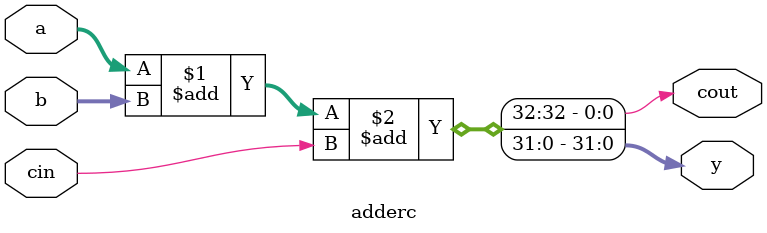
<source format=v>
/********************************************************************
// ÎÄ¼þ£º	components.v
// Ãû³Æ£º	
//
// ¹¦ÄÜ£º	Á÷Ë®ÏßÖÐµÄÆäËû²¿¼þ
//
// ÊäÈë£º	
//			
// Êä³ö£º	
//
// Ê±¼ä£º	2013-9-2 
//
********************************************************************/

 
 `timescale	1ns/1ps
 
module adder(input  [31:0] a, b,
             output [31:0] y);

	assign  y = a + b;
endmodule

module mux2 #(parameter WIDTH = 32)
             (input  [WIDTH-1:0] a, b, 
              input              s, 
              output [WIDTH-1:0] y);

    assign  y = s ? b : a; 
endmodule

module mux3 #(parameter WIDTH = 32)
             (input  [WIDTH-1:0] a, b, c,
              input  [1:0]       s, 
              output [WIDTH-1:0] y);

	assign  y = s[1] ? c : (s[0] ? b : a); 
endmodule

module mux4 #(parameter WIDTH = 32)
             (input  [WIDTH-1:0] a, b, c, d,
              input  [1:0]       s, 
              output [WIDTH-1:0] y);

	assign  y = s[1] ? (s[0] ? d : c) : (s[0] ? b : a); 
endmodule

module or2(input[31:0]	a,b,
		   output[31:0]	y);
		   
	assign	y=a|b;
endmodule 

module eqcmp #(parameter WIDTH = 32)
             (input [WIDTH-1:0] a, b,
              output            aeqb);

	assign  aeqb = (a == b);
endmodule

module eqzcmp #(parameter WIDTH = 32)
                 (input [WIDTH-1:0]  a,
                  output        aeqz);

	assign  aeqz = (a == 0);
endmodule

module neqzcmp #(parameter WIDTH = 32)
                 (input [WIDTH-1:0]  a,
                  output        aneqz);

	assign  aneqz = (a != 0);
endmodule

module gtzcmp #(parameter WIDTH = 32)
                 (input [WIDTH-1:0] a,
                  output       agtz);

	assign  agtz = ~a[WIDTH-1] & (a[WIDTH-2:0] !== 0);
endmodule

module ltzcmp #(parameter WIDTH = 32)
                 (input [WIDTH-1:0] a,
                  output       altz);

	assign  altz = a[WIDTH-1];           
endmodule

//µ±enableÎª1Ê±½øÐÐ·ûºÅÎ»ÍØÕ¹£»·ñÔò½øÐÐÁãÍØÕ¹
module	signext #(parameter INPUT=16, OUTPUT=32)
				(input[INPUT-1:0]	a,
				input		   enable,
				output[OUTPUT-1:0]	y);
				
	wire	extension;
	
	assign	extension=(enable ? a[INPUT-1]:0) ;
	assign	y={{(OUTPUT-INPUT){extension}},a};
endmodule 

// ×óÒÆ2Î»
module sl2(input  [31:0] a,
           output [31:0] y);

	assign  y = {a[29:0], 2'b00};
endmodule

module dec2 (input  [1:0] x,
             output [3:0] y);

  assign #1 y = (x[0] ? (x[1] ? 4'b1000 : 4'b0010)
                      : (x[1] ? 4'b0100 : 4'b0001));
endmodule

module flopr #(parameter WIDTH = 32)
             (
              input clk1,
			  input reset,
			  input [WIDTH-1:0] a,
			  output reg [WIDTH-1 :0] y
             );
			 
	always @(posedge clk1)
	   y <= reset ? 0 : a;
endmodule

module flopren  #(parameter WIDTH = 32)
             (
              input clk1,
			  input reset,
			  input en,
			  input [WIDTH-1:0] a,
			  output reg [WIDTH-1 :0] y
             );
	always @(posedge clk1  )
	   y <= reset ? 0 : (en ? a : y);
endmodule

module flopen  #(parameter WIDTH = 32)
             (
              input clk1,
			  input en,
			  input [WIDTH-1:0] a,
			  output reg [WIDTH-1 :0] y
             );
			 
	always @(posedge clk1)
	    y <= en ? a : y;
endmodule 

module floprenc #(parameter WIDTH = 32)
              (
              input clk1,
			  input reset,
			  input en,
			  input clear,
			  input [WIDTH-1:0] a,
			  output reg [WIDTH-1 :0] y
             );
			 
	always @(posedge clk1 )
	 y <= reset ? 0 : (en ? (clear ? 0 : a): y);
	 
endmodule 

module floprc #(parameter WIDTH = 32)
              (input clk1,
			  input reset,
			  input clear,
			  input [WIDTH-1:0] a,
			  output reg [WIDTH-1:0] y
			  );
			  
	always @(posedge clk1)
	    y <= reset ? 0 : (clear ? 0 : a);
endmodule 
	
	
	
	
module inc #(parameter WIDTH = 32)
            (input  [WIDTH-1:0] a,
             output [WIDTH-1:0] y,
             output             cout);
 
  assign  {cout, y} = a + 1'b1;
endmodule

module and_2 #(parameter WIDTH = 32)
             (input  [WIDTH-1:0] a, b,
              output [WIDTH-1:0] y);

  assign  y = a & b;
endmodule

module zerodetect #(parameter WIDTH = 32)
             (input  [WIDTH-1:0] a,
              output             y);
 
  assign  y = ~|a;
endmodule

module xor2 #(parameter WIDTH = 32)
             (input  [WIDTH-1:0] a, b,
              output [WIDTH-1:0] y);

  assign  y = a ^ b;
endmodule
 
 module adderc #(parameter WIDTH = 32)
             (input  [WIDTH-1:0] a, b,
              input              cin,
              output [WIDTH-1:0] y,
              output             cout);
 
  assign  {cout, y} = a + b + cin;
endmodule
	  

</source>
